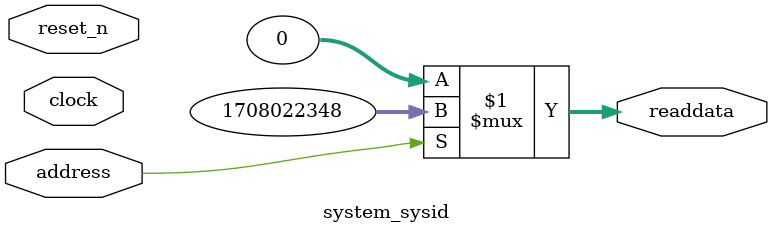
<source format=v>



// synthesis translate_off
`timescale 1ns / 1ps
// synthesis translate_on

// turn off superfluous verilog processor warnings 
// altera message_level Level1 
// altera message_off 10034 10035 10036 10037 10230 10240 10030 

module system_sysid (
               // inputs:
                address,
                clock,
                reset_n,

               // outputs:
                readdata
             )
;

  output  [ 31: 0] readdata;
  input            address;
  input            clock;
  input            reset_n;

  wire    [ 31: 0] readdata;
  //control_slave, which is an e_avalon_slave
  assign readdata = address ? 1708022348 : 0;

endmodule



</source>
